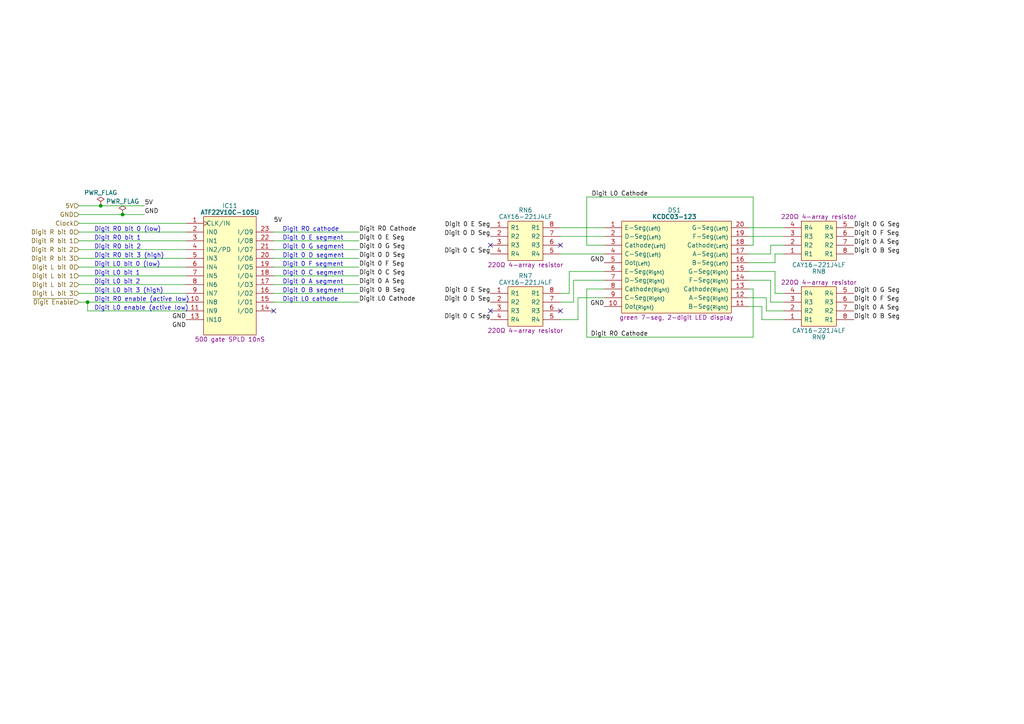
<source format=kicad_sch>
(kicad_sch (version 20230121) (generator eeschema)
  (paper "A4")
  (lib_symbols
    (symbol "Bourns:CAY16-221J4LF" (pin_names (offset 0.762))
      (property "Reference" "RN" (at 10.16 5.08 0))
      (property "Value" "CAY16-221J4LF" (at 10.16 3.175 0))
      (property "Description" "220Ω 4-array resistor" (at 10.16 -10.795 0))
      (symbol "CAY16-221J4LF_0_0"
        (pin passive line (at 0 0 0) (length 5.08) (name "R1") (number "1"))
        (pin passive line (at 0 -2.54 0) (length 5.08) (name "R2") (number "2"))
        (pin passive line (at 0 -5.08 0) (length 5.08) (name "R3") (number "3"))
        (pin passive line (at 0 -7.62 0) (length 5.08) (name "R4") (number "4"))
        (pin passive line (at 20.32 -7.62 180) (length 5.08) (name "R4") (number "5"))
        (pin passive line (at 20.32 -5.08 180) (length 5.08) (name "R3") (number "6"))
        (pin passive line (at 20.32 -2.54 180) (length 5.08) (name "R2") (number "7"))
        (pin passive line (at 20.32 0 180) (length 5.08) (name "R1") (number "8"))
      )
      (symbol "CAY16-221J4LF_0_1"
        (polyline (pts (xy 5.08 1.905) (xy 15.24 1.905) (xy 15.24 -9.525) (xy 5.08 -9.525) (xy 5.08 1.905)) (stroke (width 0.1524)) (fill (type background)))
      )
    )
    (symbol "Kingbright:KCDC03-123" (pin_names (offset 0.762))
      (property "Reference" "DS" (at 20.32 5.08 0))
      (property "Value" "KCDC03-123" (at 20.32 3.175 0))
      (property "Description" "green 7-seg, 2-digit LED display" (at 20.955 -26.035 0))
      (symbol "KCDC03-123_0_0"
        (pin input line (at 0 0 0) (length 5.08) (name "E-Seg_{(Left)}") (number "1"))
        (pin input line (at 0 -22.86 0) (length 5.08) (name "Dot_{(Right)}") (number "10"))
        (pin input line (at 41.91 -22.86 180) (length 5.08) (name "B-Seg_{(Right)}") (number "11"))
        (pin input line (at 41.91 -20.32 180) (length 5.08) (name "A-Seg_{(Right)}") (number "12"))
        (pin passive line (at 41.91 -17.78 180) (length 5.08) (name "Cathode_{(Right)}") (number "13"))
        (pin input line (at 41.91 -15.24 180) (length 5.08) (name "F-Seg_{(Right)}") (number "14"))
        (pin input line (at 41.91 -12.7 180) (length 5.08) (name "G-Seg_{(Right)}") (number "15"))
        (pin input line (at 41.91 -10.16 180) (length 5.08) (name "B-Seg_{(Left)}") (number "16"))
        (pin input line (at 41.91 -7.62 180) (length 5.08) (name "A-Seg_{(Left)}") (number "17"))
        (pin passive line (at 41.91 -5.08 180) (length 5.08) (name "Cathode_{(Left)}") (number "18"))
        (pin input line (at 41.91 -2.54 180) (length 5.08) (name "F-Seg_{(Left)}") (number "19"))
        (pin input line (at 0 -2.54 0) (length 5.08) (name "D-Seg_{(Left)}") (number "2"))
        (pin input line (at 41.91 0 180) (length 5.08) (name "G-Seg_{(Left)}") (number "20"))
        (pin passive line (at 0 -5.08 0) (length 5.08) (name "Cathode_{(Left)}") (number "3"))
        (pin input line (at 0 -7.62 0) (length 5.08) (name "C-Seg_{(Left)}") (number "4"))
        (pin input line (at 0 -10.16 0) (length 5.08) (name "Dot_{(Left)}") (number "5"))
        (pin input line (at 0 -12.7 0) (length 5.08) (name "E-Seg_{(Right)}") (number "6"))
        (pin input line (at 0 -15.24 0) (length 5.08) (name "D-Seg_{(Right)}") (number "7"))
        (pin passive line (at 0 -17.78 0) (length 5.08) (name "Cathode_{(Right)}") (number "8"))
        (pin input line (at 0 -20.32 0) (length 5.08) (name "C-Seg_{(Right)}") (number "9"))
      )
      (symbol "KCDC03-123_0_1"
        (polyline (pts (xy 5.08 1.905) (xy 36.83 1.905) (xy 36.83 -24.765) (xy 5.08 -24.765) (xy 5.08 1.905)) (stroke (width 0.1524)) (fill (type background)))
      )
    )
    (symbol "Microchip:ATF22V10C-10SU" (pin_names (offset 0.762))
      (property "Reference" "IC" (at 12.7 5.08 0))
      (property "Value" "ATF22V10C-10SU" (at 12.7 3.175 0))
      (property "Description" "500 gate SPLD 10nS" (at 12.7 -33.655 0))
      (symbol "ATF22V10C-10SU_0_0"
        (pin input clock (at 0 0 0) (length 5.08) (name "CLK/IN") (number "1"))
        (pin input line (at 0 -22.86 0) (length 5.08) (name "IN8") (number "10"))
        (pin input line (at 0 -25.4 0) (length 5.08) (name "IN9") (number "11"))
        (pin passive line (at 0 -30.48 0) (length 5.08) hide (name "GND") (number "12"))
        (pin input line (at 0 -27.94 0) (length 5.08) (name "IN10") (number "13"))
        (pin bidirectional line (at 25.4 -25.4 180) (length 5.08) (name "I/O0") (number "14"))
        (pin bidirectional line (at 25.4 -22.86 180) (length 5.08) (name "I/O1") (number "15"))
        (pin bidirectional line (at 25.4 -20.32 180) (length 5.08) (name "I/O2") (number "16"))
        (pin bidirectional line (at 25.4 -17.78 180) (length 5.08) (name "I/O3") (number "17"))
        (pin bidirectional line (at 25.4 -15.24 180) (length 5.08) (name "I/O4") (number "18"))
        (pin bidirectional line (at 25.4 -12.7 180) (length 5.08) (name "I/O5") (number "19"))
        (pin input line (at 0 -2.54 0) (length 5.08) (name "IN0") (number "2"))
        (pin bidirectional line (at 25.4 -10.16 180) (length 5.08) (name "I/O6") (number "20"))
        (pin bidirectional line (at 25.4 -7.62 180) (length 5.08) (name "I/O7") (number "21"))
        (pin bidirectional line (at 25.4 -5.08 180) (length 5.08) (name "I/O8") (number "22"))
        (pin bidirectional line (at 25.4 -2.54 180) (length 5.08) (name "I/O9") (number "23"))
        (pin passive line (at 25.4 0 180) (length 5.08) hide (name "5V") (number "24"))
        (pin input line (at 0 -5.08 0) (length 5.08) (name "IN1") (number "3"))
        (pin input line (at 0 -7.62 0) (length 5.08) (name "IN2/PD") (number "4"))
        (pin input line (at 0 -10.16 0) (length 5.08) (name "IN3") (number "5"))
        (pin input line (at 0 -12.7 0) (length 5.08) (name "IN4") (number "6"))
        (pin input line (at 0 -15.24 0) (length 5.08) (name "IN5") (number "7"))
        (pin input line (at 0 -17.78 0) (length 5.08) (name "IN6") (number "8"))
        (pin input line (at 0 -20.32 0) (length 5.08) (name "IN7") (number "9"))
      )
      (symbol "ATF22V10C-10SU_0_1"
        (polyline (pts (xy 5.08 1.905) (xy 20.32 1.905) (xy 20.32 -32.385) (xy 5.08 -32.385) (xy 5.08 1.905)) (stroke (width 0.1524)) (fill (type background)))
      )
    )
    (symbol "power:PWR_FLAG" (power) (pin_numbers hide) (pin_names (offset 0) hide)
      (property "Value" "PWR_FLAG" (at 0 3.81 0))
      (symbol "PWR_FLAG_0_0"
        (pin power_out line (at 0 0 90) (length 0) (name "pwr") (number "1"))
      )
      (symbol "PWR_FLAG_0_1"
        (polyline (pts (xy 0 0) (xy 0 1.27) (xy -1.016 1.905) (xy 0 2.54) (xy 1.016 1.905) (xy 0 1.27)))
      )
    )
  )
  (junction (at 29.21 59.69))
  (junction (at 35.56 62.23))
  (junction (at 25.4 87.63))
  (no_connect (at 79.375 90.17))
  (no_connect (at 162.56 71.12))
  (no_connect (at 142.24 90.17))
  (no_connect (at 142.24 71.12))
  (no_connect (at 162.56 90.17))
  (wire (pts (xy 224.79 76.2) (xy 224.79 73.66)))
  (wire (pts (xy 223.52 87.63) (xy 227.33 87.63)))
  (wire (pts (xy 162.56 73.66) (xy 175.26 73.66)))
  (wire (pts (xy 217.17 86.36) (xy 222.25 86.36)))
  (wire (pts (xy 170.18 57.15) (xy 170.18 71.12)))
  (wire (pts (xy 166.37 87.63) (xy 162.56 87.63)))
  (wire (pts (xy 217.17 81.28) (xy 223.52 81.28)))
  (wire (pts (xy 220.98 88.9) (xy 220.98 92.71)))
  (wire (pts (xy 25.4 87.63) (xy 53.975 87.63)))
  (wire (pts (xy 35.56 62.23) (xy 41.91 62.23)))
  (wire (pts (xy 166.37 81.28) (xy 166.37 87.63)))
  (wire (pts (xy 22.86 72.39) (xy 53.975 72.39)))
  (wire (pts (xy 104.14 87.63) (xy 79.375 87.63)))
  (wire (pts (xy 217.17 83.82) (xy 218.44 83.82)))
  (wire (pts (xy 224.79 73.66) (xy 227.33 73.66)))
  (wire (pts (xy 22.86 59.69) (xy 29.21 59.69)))
  (wire (pts (xy 217.17 68.58) (xy 227.33 68.58)))
  (wire (pts (xy 222.25 86.36) (xy 222.25 90.17)))
  (wire (pts (xy 224.79 78.74) (xy 224.79 85.09)))
  (wire (pts (xy 165.1 85.09) (xy 162.56 85.09)))
  (wire (pts (xy 217.17 88.9) (xy 220.98 88.9)))
  (wire (pts (xy 104.14 80.01) (xy 79.375 80.01)))
  (wire (pts (xy 217.17 73.66) (xy 223.52 73.66)))
  (wire (pts (xy 175.26 86.36) (xy 167.64 86.36)))
  (wire (pts (xy 22.86 64.77) (xy 53.975 64.77)))
  (wire (pts (xy 170.18 83.82) (xy 175.26 83.82)))
  (wire (pts (xy 104.14 72.39) (xy 79.375 72.39)))
  (wire (pts (xy 217.17 78.74) (xy 224.79 78.74)))
  (wire (pts (xy 22.86 87.63) (xy 25.4 87.63)))
  (wire (pts (xy 170.18 97.79) (xy 218.44 97.79)))
  (wire (pts (xy 165.1 78.74) (xy 165.1 85.09)))
  (wire (pts (xy 223.52 81.28) (xy 223.52 87.63)))
  (wire (pts (xy 25.4 90.17) (xy 53.975 90.17)))
  (wire (pts (xy 104.14 77.47) (xy 79.375 77.47)))
  (wire (pts (xy 170.18 83.82) (xy 170.18 97.79)))
  (wire (pts (xy 224.79 85.09) (xy 227.33 85.09)))
  (wire (pts (xy 220.98 92.71) (xy 227.33 92.71)))
  (wire (pts (xy 218.44 71.12) (xy 218.44 57.15)))
  (wire (pts (xy 22.86 67.31) (xy 53.975 67.31)))
  (wire (pts (xy 162.56 66.04) (xy 175.26 66.04)))
  (wire (pts (xy 22.86 82.55) (xy 53.975 82.55)))
  (wire (pts (xy 223.52 71.12) (xy 227.33 71.12)))
  (wire (pts (xy 170.18 71.12) (xy 175.26 71.12)))
  (wire (pts (xy 217.17 66.04) (xy 227.33 66.04)))
  (wire (pts (xy 162.56 68.58) (xy 175.26 68.58)))
  (wire (pts (xy 22.86 74.93) (xy 53.975 74.93)))
  (wire (pts (xy 175.26 81.28) (xy 166.37 81.28)))
  (wire (pts (xy 217.17 71.12) (xy 218.44 71.12)))
  (wire (pts (xy 22.86 69.85) (xy 53.975 69.85)))
  (wire (pts (xy 104.14 69.85) (xy 79.375 69.85)))
  (wire (pts (xy 170.18 57.15) (xy 218.44 57.15)))
  (wire (pts (xy 22.86 85.09) (xy 53.975 85.09)))
  (wire (pts (xy 104.14 85.09) (xy 79.375 85.09)))
  (wire (pts (xy 175.26 78.74) (xy 165.1 78.74)))
  (wire (pts (xy 104.14 74.93) (xy 79.375 74.93)))
  (wire (pts (xy 22.86 80.01) (xy 53.975 80.01)))
  (wire (pts (xy 22.86 77.47) (xy 53.975 77.47)))
  (wire (pts (xy 25.4 87.63) (xy 25.4 90.17)))
  (wire (pts (xy 218.44 97.79) (xy 218.44 83.82)))
  (wire (pts (xy 217.17 76.2) (xy 224.79 76.2)))
  (wire (pts (xy 22.86 62.23) (xy 35.56 62.23)))
  (wire (pts (xy 104.14 67.31) (xy 79.375 67.31)))
  (wire (pts (xy 29.21 59.69) (xy 41.91 59.69)))
  (wire (pts (xy 167.64 92.71) (xy 162.56 92.71)))
  (wire (pts (xy 104.14 82.55) (xy 79.375 82.55)))
  (wire (pts (xy 222.25 90.17) (xy 227.33 90.17)))
  (wire (pts (xy 223.52 73.66) (xy 223.52 71.12)))
  (wire (pts (xy 167.64 86.36) (xy 167.64 92.71)))
  (text "Digit L0 enable (active low)" (at 27.305 90.17 0) (effects (font (size 1.27 1.27)) (justify left bottom)))
  (text "Digit R0 bit 3 (high)" (at 27.305 74.93 0) (effects (font (size 1.27 1.27)) (justify left bottom)))
  (text "Digit 0 B segment" (at 81.915 85.09 0) (effects (font (size 1.27 1.27)) (justify left bottom)))
  (text "Digit 0 F segment" (at 81.915 77.47 0) (effects (font (size 1.27 1.27)) (justify left bottom)))
  (text "Digit R0 enable (active low)" (at 27.305 87.63 0) (effects (font (size 1.27 1.27)) (justify left bottom)))
  (text "Digit 0 C segment" (at 81.915 80.01 0) (effects (font (size 1.27 1.27)) (justify left bottom)))
  (text "Digit L0 cathode" (at 81.915 87.63 0) (effects (font (size 1.27 1.27)) (justify left bottom)))
  (text "Digit 0 E segment" (at 81.915 69.85 0) (effects (font (size 1.27 1.27)) (justify left bottom)))
  (text "Digit L0 bit 0 (low)" (at 27.305 77.47 0) (effects (font (size 1.27 1.27)) (justify left bottom)))
  (text "Digit L0 bit 2" (at 27.305 82.55 0) (effects (font (size 1.27 1.27)) (justify left bottom)))
  (text "Digit R0 cathode" (at 81.915 67.31 0) (effects (font (size 1.27 1.27)) (justify left bottom)))
  (text "Digit 0 A segment" (at 81.915 82.55 0) (effects (font (size 1.27 1.27)) (justify left bottom)))
  (text "Digit R0 bit 0 (low)" (at 27.305 67.31 0) (effects (font (size 1.27 1.27)) (justify left bottom)))
  (text "Digit 0 D segment" (at 81.915 74.93 0) (effects (font (size 1.27 1.27)) (justify left bottom)))
  (text "Digit R0 bit 1" (at 27.305 69.85 0) (effects (font (size 1.27 1.27)) (justify left bottom)))
  (text "Digit 0 G segment" (at 81.915 72.39 0) (effects (font (size 1.27 1.27)) (justify left bottom)))
  (text "Digit R0 bit 2\n" (at 27.305 72.39 0) (effects (font (size 1.27 1.27)) (justify left bottom)))
  (text "Digit L0 bit 3 (high)" (at 27.305 85.09 0) (effects (font (size 1.27 1.27)) (justify left bottom)))
  (text "Digit L0 bit 1" (at 27.305 80.01 0) (effects (font (size 1.27 1.27)) (justify left bottom)))
  (label "Digit R0 Cathode" (at 104.14 67.31 0))
  (label "Digit 0 E Seg" (at 142.24 85.09 180))
  (label "Digit 0 B Seg" (at 247.65 92.71 0))
  (label "Digit 0 C Seg" (at 104.14 80.01 0))
  (label "Digit 0 E Seg" (at 104.14 69.85 0))
  (label "Digit 0 D Seg" (at 142.24 87.63 180))
  (label "5V" (at 79.375 64.77 0))
  (label "Digit 0 D Seg" (at 142.24 68.58 180))
  (label "5V" (at 41.91 59.69 0))
  (label "Digit 0 A Seg" (at 247.65 90.17 0))
  (label "Digit 0 G Seg" (at 104.14 72.39 0))
  (label "Digit 0 A Seg" (at 104.14 82.55 0))
  (label "Digit L0 Cathode" (at 187.96 57.15 180))
  (label "Digit 0 D Seg" (at 104.14 74.93 0))
  (label "Digit 0 A Seg" (at 247.65 71.12 0))
  (label "Digit 0 G Seg" (at 247.65 85.09 0))
  (label "GND" (at 175.26 88.9 180))
  (label "Digit 0 F Seg" (at 104.14 77.47 0))
  (label "Digit 0 F Seg" (at 247.65 87.63 0))
  (label "GND" (at 175.26 76.2 180))
  (label "Digit 0 B Seg" (at 104.14 85.09 0))
  (label "Digit 0 C Seg" (at 142.24 73.66 180))
  (label "Digit 0 G Seg" (at 247.65 66.04 0))
  (label "GND" (at 53.975 92.71 180))
  (label "GND" (at 53.975 95.25 180))
  (label "Digit 0 C Seg" (at 142.24 92.71 180))
  (label "Digit 0 F Seg" (at 247.65 68.58 0))
  (label "Digit 0 E Seg" (at 142.24 66.04 180))
  (label "Digit R0 Cathode" (at 187.96 97.79 180))
  (label "GND" (at 41.91 62.23 0))
  (label "Digit L0 Cathode" (at 104.14 87.63 0))
  (label "Digit 0 B Seg" (at 247.65 73.66 0))
  (hierarchical_label "~{Digit Enable}" (shape input) (at 22.86 87.63 180))
  (hierarchical_label "Clock" (shape input) (at 22.86 64.77 180))
  (hierarchical_label "Digit R bit 3" (shape input) (at 22.86 74.93 180))
  (hierarchical_label "Digit R bit 0" (shape input) (at 22.86 67.31 180))
  (hierarchical_label "Digit L bit 3" (shape input) (at 22.86 85.09 180))
  (hierarchical_label "5V" (shape input) (at 22.86 59.69 180))
  (hierarchical_label "Digit L bit 2" (shape input) (at 22.86 82.55 180))
  (hierarchical_label "GND" (shape input) (at 22.86 62.23 180))
  (hierarchical_label "Digit R bit 2" (shape input) (at 22.86 72.39 180))
  (hierarchical_label "Digit L bit 1" (shape input) (at 22.86 80.01 180))
  (hierarchical_label "Digit R bit 1" (shape input) (at 22.86 69.85 180))
  (hierarchical_label "Digit L bit 0" (shape input) (at 22.86 77.47 180))
  (symbol (lib_id "Bourns:CAY16-221J4LF") (at 142.24 66.04 0) (unit 1)
    (property "Reference" "RN6" (at 152.4 60.96 0))
    (property "Value" "CAY16-221J4LF" (at 152.4 62.865 0))
    (property "Footprint" "CAY1647R0F4LF" (effects hide))
    (property "Datasheet" "https://www.bourns.com/docs/Product-Datasheets/CATCAY.pdf" (effects hide))
    (property "Description" "220Ω 4-array resistor" (at 152.4 76.835 0))
    (property "Height" "0.6" (effects hide))
    (property "Manufacturer_Name" "Bourns" (effects hide))
    (property "Manufacturer_Part_Number" "CAY16-221J4LF" (effects hide))
    (property "Mouser Part Number" "652-CAY16-221J4LF" (effects hide))
    (property "Mouser Price/Stock" "https://www.mouser.co.uk/ProductDetail/Bourns/CAY16-221J4LF?qs=BKfsZh40Pd9sAo64tUrb9Q%3D%3D" (effects hide))
    (property "Arrow Part Number" "CAY16-221J4LF" (effects hide))
    (property "Arrow Price/Stock" "https://www.arrow.com/en/products/cay16-221j4lf/bourns?region=nac" (effects hide))
    (property "Silkscreen" "220Ω" (effects hide))
    (instances (project "MPU Signals" (path "" (reference "RN6") (unit 1)) (path "" (reference "RN10") (unit 1)) (path "" (reference "RN14") (unit 1)) (path "" (reference "RN18") (unit 1))))
  )
  (symbol (lib_id "power:PWR_FLAG") (at 35.56 62.23 0) (unit 1)
    (property "Reference" "#FLG0105" (effects hide))
    (property "Value" "PWR_FLAG" (at 35.56 58.42 0))
    (instances (project "MPU Signals" (path "" (reference "#FLG0105") (unit 1)) (path "" (reference "#FLG0107") (unit 1)) (path "" (reference "#FLG0109") (unit 1)) (path "" (reference "#FLG0111") (unit 1))))
  )
  (symbol (lib_id "Bourns:CAY16-221J4LF") (at 227.33 92.71 0) (mirror x) (unit 1)
    (property "Reference" "RN9" (at 237.49 97.79 0))
    (property "Value" "CAY16-221J4LF" (at 237.49 95.885 0))
    (property "Footprint" "CAY1647R0F4LF" (effects hide))
    (property "Datasheet" "https://www.bourns.com/docs/Product-Datasheets/CATCAY.pdf" (effects hide))
    (property "Description" "220Ω 4-array resistor" (at 237.49 81.915 0))
    (property "Height" "0.6" (effects hide))
    (property "Manufacturer_Name" "Bourns" (effects hide))
    (property "Manufacturer_Part_Number" "CAY16-221J4LF" (effects hide))
    (property "Mouser Part Number" "652-CAY16-221J4LF" (effects hide))
    (property "Mouser Price/Stock" "https://www.mouser.co.uk/ProductDetail/Bourns/CAY16-221J4LF?qs=BKfsZh40Pd9sAo64tUrb9Q%3D%3D" (effects hide))
    (property "Arrow Part Number" "CAY16-221J4LF" (effects hide))
    (property "Arrow Price/Stock" "https://www.arrow.com/en/products/cay16-221j4lf/bourns?region=nac" (effects hide))
    (property "Silkscreen" "220Ω" (effects hide))
    (instances (project "MPU Signals" (path "" (reference "RN9") (unit 1)) (path "" (reference "RN13") (unit 1)) (path "" (reference "RN17") (unit 1)) (path "" (reference "RN21") (unit 1))))
  )
  (symbol (lib_id "Bourns:CAY16-221J4LF") (at 142.24 85.09 0) (unit 1)
    (property "Reference" "RN7" (at 152.4 80.01 0))
    (property "Value" "CAY16-221J4LF" (at 152.4 81.915 0))
    (property "Footprint" "CAY1647R0F4LF" (effects hide))
    (property "Datasheet" "https://www.bourns.com/docs/Product-Datasheets/CATCAY.pdf" (effects hide))
    (property "Description" "220Ω 4-array resistor" (at 152.4 95.885 0))
    (property "Height" "0.6" (effects hide))
    (property "Manufacturer_Name" "Bourns" (effects hide))
    (property "Manufacturer_Part_Number" "CAY16-221J4LF" (effects hide))
    (property "Mouser Part Number" "652-CAY16-221J4LF" (effects hide))
    (property "Mouser Price/Stock" "https://www.mouser.co.uk/ProductDetail/Bourns/CAY16-221J4LF?qs=BKfsZh40Pd9sAo64tUrb9Q%3D%3D" (effects hide))
    (property "Arrow Part Number" "CAY16-221J4LF" (effects hide))
    (property "Arrow Price/Stock" "https://www.arrow.com/en/products/cay16-221j4lf/bourns?region=nac" (effects hide))
    (property "Silkscreen" "220Ω" (effects hide))
    (instances (project "MPU Signals" (path "" (reference "RN7") (unit 1)) (path "" (reference "RN11") (unit 1)) (path "" (reference "RN15") (unit 1)) (path "" (reference "RN19") (unit 1))))
  )
  (symbol (lib_id "Bourns:CAY16-221J4LF") (at 227.33 73.66 0) (mirror x) (unit 1)
    (property "Reference" "RN8" (at 237.49 78.74 0))
    (property "Value" "CAY16-221J4LF" (at 237.49 76.835 0))
    (property "Footprint" "CAY1647R0F4LF" (effects hide))
    (property "Datasheet" "https://www.bourns.com/docs/Product-Datasheets/CATCAY.pdf" (effects hide))
    (property "Description" "220Ω 4-array resistor" (at 237.49 62.865 0))
    (property "Height" "0.6" (effects hide))
    (property "Manufacturer_Name" "Bourns" (effects hide))
    (property "Manufacturer_Part_Number" "CAY16-221J4LF" (effects hide))
    (property "Mouser Part Number" "652-CAY16-221J4LF" (effects hide))
    (property "Mouser Price/Stock" "https://www.mouser.co.uk/ProductDetail/Bourns/CAY16-221J4LF?qs=BKfsZh40Pd9sAo64tUrb9Q%3D%3D" (effects hide))
    (property "Arrow Part Number" "CAY16-221J4LF" (effects hide))
    (property "Arrow Price/Stock" "https://www.arrow.com/en/products/cay16-221j4lf/bourns?region=nac" (effects hide))
    (property "Silkscreen" "220Ω" (effects hide))
    (instances (project "MPU Signals" (path "" (reference "RN8") (unit 1)) (path "" (reference "RN12") (unit 1)) (path "" (reference "RN16") (unit 1)) (path "" (reference "RN20") (unit 1))))
  )
  (symbol (lib_id "power:PWR_FLAG") (at 29.21 59.69 0) (unit 1)
    (property "Reference" "#FLG0106" (effects hide))
    (property "Value" "PWR_FLAG" (at 29.21 55.88 0))
    (instances (project "MPU Signals" (path "" (reference "#FLG0106") (unit 1)) (path "" (reference "#FLG0108") (unit 1)) (path "" (reference "#FLG0110") (unit 1)) (path "" (reference "#FLG0112") (unit 1))))
  )
  (symbol (lib_id "Kingbright:KCDC03-123") (at 175.26 66.04 0) (unit 1)
    (property "Reference" "DS1" (at 195.58 60.96 0))
    (property "Value" "KCDC03-123" (at 195.58 62.865 0) (effects (font bold)))
    (property "Footprint" "KCDC03123" (effects hide))
    (property "Datasheet" "http://www.kingbright.com/attachments/file/psearch/000/00/20160808bak/KCDC03-123(Ver.10A).pdf" (effects hide))
    (property "Description" "green 7-seg, 2-digit LED display" (at 196.215 92.075 0))
    (property "Height" "4.1" (effects hide))
    (property "Manufacturer_Name" "Kingbright" (effects hide))
    (property "Manufacturer_Part_Number" "KCDC03-123" (effects hide))
    (property "Mouser Part Number" "N/A" (effects hide))
    (property "Mouser Price/Stock" "http://www.mouser.com/Search/ProductDetail.aspx?qs=2JU0tDl2GZ3i3Ngnh7RV3w%3d%3d" (effects hide))
    (instances (project "MPU Signals" (path "" (reference "DS1") (unit 1)) (path "" (reference "DS2") (unit 1)) (path "" (reference "DS3") (unit 1)) (path "" (reference "DS4") (unit 1))))
  )
  (symbol (lib_id "Microchip:ATF22V10C-10SU") (at 53.975 64.77 0) (unit 1)
    (property "Reference" "IC11" (at 66.675 59.69 0))
    (property "Value" "ATF22V10C-10SU" (at 66.675 61.595 0) (effects (font bold)))
    (property "Footprint" "SOIC127P1032X265-24N" (effects hide))
    (property "Datasheet" "https://ww1.microchip.com/downloads/en/DeviceDoc/doc0735.pdf" (effects hide))
    (property "Description" "500 gate SPLD 10nS" (at 66.675 98.425 0))
    (property "Height" "2.65" (effects hide))
    (property "Manufacturer_Name" "Microchip" (effects hide))
    (property "Manufacturer_Part_Number" "ATF22V10C-10SU" (effects hide))
    (property "Mouser Part Number" "556-ATF22V10C-10SU" (effects hide))
    (property "Mouser Price/Stock" "https://www.mouser.co.uk/ProductDetail/Microchip-Technology/ATF22V10C-10SU?qs=5h0i3Kr%252BAn1OOXkPIe2X2A%3D%3D" (effects hide))
    (property "Arrow Part Number" "ATF22V10C-10SU" (effects hide))
    (property "Arrow Price/Stock" "https://www.arrow.com/en/products/atf22v10c-10su/microchip-technology?region=nac" (effects hide))
    (instances (project "MPU Signals" (path "" (reference "IC11") (unit 1)) (path "" (reference "IC12") (unit 1)) (path "" (reference "IC13") (unit 1)) (path "" (reference "IC14") (unit 1))))
  )
)
</source>
